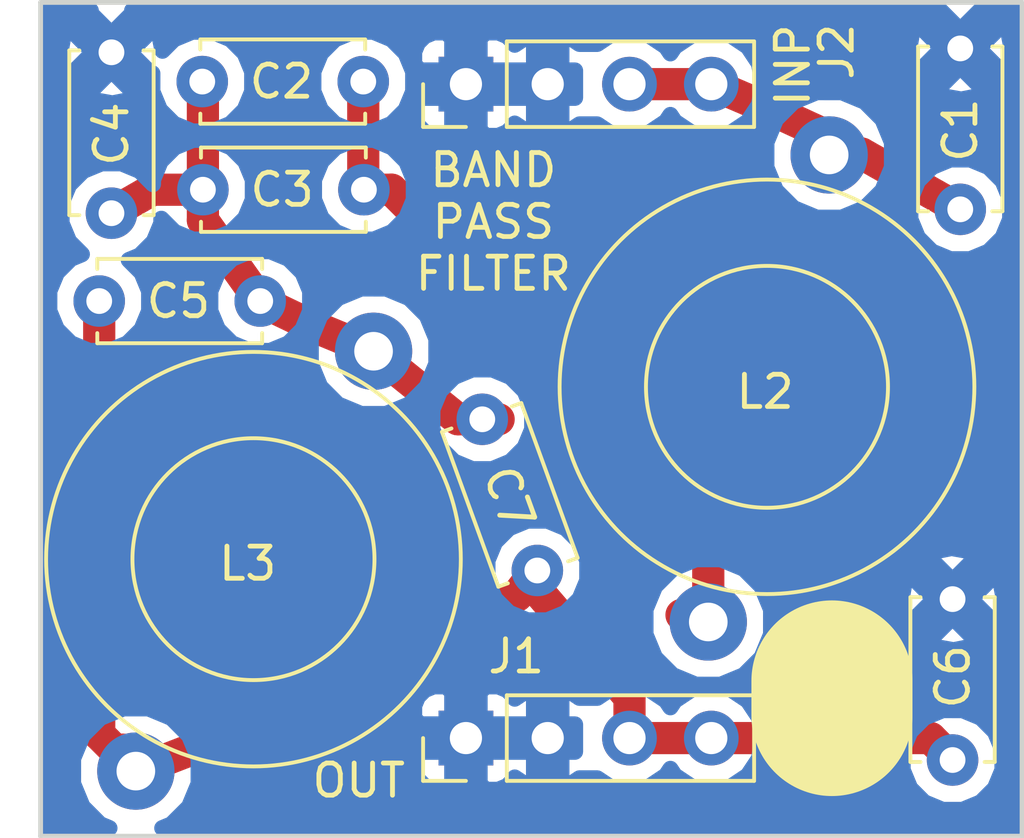
<source format=kicad_pcb>
(kicad_pcb (version 4) (host pcbnew 4.0.7)

  (general
    (links 21)
    (no_connects 0)
    (area 118.044599 88.824999 149.935001 114.883001)
    (thickness 1.6)
    (drawings 10)
    (tracks 39)
    (zones 0)
    (modules 11)
    (nets 6)
  )

  (page A4)
  (layers
    (0 F.Cu signal)
    (31 B.Cu signal)
    (32 B.Adhes user)
    (33 F.Adhes user)
    (34 B.Paste user)
    (35 F.Paste user)
    (36 B.SilkS user)
    (37 F.SilkS user)
    (38 B.Mask user)
    (39 F.Mask user)
    (40 Dwgs.User user)
    (41 Cmts.User user)
    (42 Eco1.User user)
    (43 Eco2.User user)
    (44 Edge.Cuts user)
    (45 Margin user)
    (46 B.CrtYd user)
    (47 F.CrtYd user)
    (48 B.Fab user)
    (49 F.Fab user)
  )

  (setup
    (last_trace_width 0.25)
    (user_trace_width 1)
    (trace_clearance 0.2)
    (zone_clearance 0.5)
    (zone_45_only yes)
    (trace_min 0.2)
    (segment_width 0.2)
    (edge_width 0.15)
    (via_size 0.6)
    (via_drill 0.4)
    (via_min_size 0.4)
    (via_min_drill 0.3)
    (uvia_size 0.3)
    (uvia_drill 0.1)
    (uvias_allowed no)
    (uvia_min_size 0.2)
    (uvia_min_drill 0.1)
    (pcb_text_width 0.3)
    (pcb_text_size 1.5 1.5)
    (mod_edge_width 0.15)
    (mod_text_size 1 1)
    (mod_text_width 0.15)
    (pad_size 1.524 1.524)
    (pad_drill 0.762)
    (pad_to_mask_clearance 0.2)
    (aux_axis_origin 0 0)
    (visible_elements 7FFFFFFF)
    (pcbplotparams
      (layerselection 0x010f0_80000001)
      (usegerberextensions false)
      (excludeedgelayer true)
      (linewidth 0.100000)
      (plotframeref false)
      (viasonmask false)
      (mode 1)
      (useauxorigin false)
      (hpglpennumber 1)
      (hpglpenspeed 20)
      (hpglpendiameter 15)
      (hpglpenoverlay 2)
      (psnegative false)
      (psa4output false)
      (plotreference true)
      (plotvalue true)
      (plotinvisibletext false)
      (padsonsilk false)
      (subtractmaskfromsilk false)
      (outputformat 1)
      (mirror false)
      (drillshape 0)
      (scaleselection 1)
      (outputdirectory gerber/))
  )

  (net 0 "")
  (net 1 GND)
  (net 2 "Net-(C1-Pad2)")
  (net 3 "Net-(C2-Pad1)")
  (net 4 "Net-(C2-Pad2)")
  (net 5 "Net-(C5-Pad2)")

  (net_class Default "This is the default net class."
    (clearance 0.2)
    (trace_width 0.25)
    (via_dia 0.6)
    (via_drill 0.4)
    (uvia_dia 0.3)
    (uvia_drill 0.1)
    (add_net GND)
    (add_net "Net-(C1-Pad2)")
    (add_net "Net-(C2-Pad1)")
    (add_net "Net-(C2-Pad2)")
    (add_net "Net-(C5-Pad2)")
  )

  (module SerialResonantFilter:L_Toroid_Horizontal_D12.7mm_Compact (layer F.Cu) (tedit 63AE0BFF) (tstamp 63AA7D00)
    (at 130.99 97.54 240)
    (descr "L_Toroid, Horizontal series, Radial, pin pitch=20.00mm, , diameter=12.7mm,Compact")
    (tags "L_Toroid Horizontal series Radial pin pitch 20.00mm  diameter 12.7mm Diameter14-5mm Amidon-T50")
    (path /63AA7F47)
    (fp_text reference L3 (at 10.23 0.08 240) (layer F.SilkS) hide
      (effects (font (size 1 1) (thickness 0.15)))
    )
    (fp_text value L3 (at 10 7.66 240) (layer F.Fab)
      (effects (font (size 1 1) (thickness 0.15)))
    )
    (fp_circle (center 10 0) (end 16.35 0) (layer F.Fab) (width 0.1))
    (fp_circle (center 10 0) (end 13.8481 0) (layer F.Fab) (width 0.1))
    (fp_circle (center 10 0) (end 16.44 0) (layer F.SilkS) (width 0.12))
    (fp_circle (center 10 0) (end 13.7581 0) (layer F.SilkS) (width 0.12))
    (fp_line (start 16.3112 0) (end 13.702654 0.992093) (layer F.Fab) (width 0.1))
    (fp_line (start 15.465708 3.155516) (end 12.710588 2.710463) (layer F.Fab) (width 0.1))
    (fp_line (start 13.155769 5.465562) (end 10.992264 3.702608) (layer F.Fab) (width 0.1))
    (fp_line (start 10.000292 6.3112) (end 9.008079 3.7027) (layer F.Fab) (width 0.1))
    (fp_line (start 6.844738 5.465854) (end 7.289663 2.710714) (layer F.Fab) (width 0.1))
    (fp_line (start 4.534584 3.156022) (end 6.297438 0.992436) (layer F.Fab) (width 0.1))
    (fp_line (start 3.6888 0.000585) (end 6.297254 -0.99175) (layer F.Fab) (width 0.1))
    (fp_line (start 4.533999 -3.155009) (end 7.289161 -2.710212) (layer F.Fab) (width 0.1))
    (fp_line (start 6.843725 -5.46527) (end 9.007393 -3.702517) (layer F.Fab) (width 0.1))
    (fp_line (start 9.999123 -6.3112) (end 10.991578 -3.702792) (layer F.Fab) (width 0.1))
    (fp_line (start 13.154756 -5.466147) (end 12.710086 -2.710965) (layer F.Fab) (width 0.1))
    (fp_line (start 15.465123 -3.156528) (end 13.702471 -0.992779) (layer F.Fab) (width 0.1))
    (fp_line (start 16.3112 -0.00117) (end 13.702838 0.991406) (layer F.Fab) (width 0.1))
    (pad 1 thru_hole circle (at 2.54 0 240) (size 2.4 2.4) (drill 1.2) (layers *.Cu *.Mask)
      (net 4 "Net-(C2-Pad2)"))
    (pad 2 thru_hole circle (at 17.53 -0.13 240) (size 2.4 2.4) (drill 1.2) (layers *.Cu *.Mask)
      (net 5 "Net-(C5-Pad2)"))
    (model Inductors_THT.3dshapes/L_Toroid_Horizontal_D12.7mm_P20.00mm_Diameter14-5mm_Amidon-T50.wrl
      (at (xyz 0 0 0))
      (scale (xyz 0.393701 0.393701 0.393701))
      (rotate (xyz 0 0 0))
    )
  )

  (module Capacitors_THT:C_Disc_D5.0mm_W2.5mm_P5.00mm (layer F.Cu) (tedit 63AA7BCF) (tstamp 63AA7C3D)
    (at 147.94 90.33 270)
    (descr "C, Disc series, Radial, pin pitch=5.00mm, , diameter*width=5*2.5mm^2, Capacitor, http://cdn-reichelt.de/documents/datenblatt/B300/DS_KERKO_TC.pdf")
    (tags "C Disc series Radial pin pitch 5.00mm  diameter 5mm width 2.5mm Capacitor")
    (path /63AA79DA)
    (fp_text reference C1 (at 2.54 0 270) (layer F.SilkS)
      (effects (font (size 1 1) (thickness 0.15)))
    )
    (fp_text value C1 (at 2.54 0 270) (layer F.Fab)
      (effects (font (size 1 1) (thickness 0.15)))
    )
    (fp_line (start 0 -1.25) (end 0 1.25) (layer F.Fab) (width 0.1))
    (fp_line (start 0 1.25) (end 5 1.25) (layer F.Fab) (width 0.1))
    (fp_line (start 5 1.25) (end 5 -1.25) (layer F.Fab) (width 0.1))
    (fp_line (start 5 -1.25) (end 0 -1.25) (layer F.Fab) (width 0.1))
    (fp_line (start -0.06 -1.31) (end 5.06 -1.31) (layer F.SilkS) (width 0.12))
    (fp_line (start -0.06 1.31) (end 5.06 1.31) (layer F.SilkS) (width 0.12))
    (fp_line (start -0.06 -1.31) (end -0.06 -0.996) (layer F.SilkS) (width 0.12))
    (fp_line (start -0.06 0.996) (end -0.06 1.31) (layer F.SilkS) (width 0.12))
    (fp_line (start 5.06 -1.31) (end 5.06 -0.996) (layer F.SilkS) (width 0.12))
    (fp_line (start 5.06 0.996) (end 5.06 1.31) (layer F.SilkS) (width 0.12))
    (fp_line (start -1.05 -1.6) (end -1.05 1.6) (layer F.CrtYd) (width 0.05))
    (fp_line (start -1.05 1.6) (end 6.05 1.6) (layer F.CrtYd) (width 0.05))
    (fp_line (start 6.05 1.6) (end 6.05 -1.6) (layer F.CrtYd) (width 0.05))
    (fp_line (start 6.05 -1.6) (end -1.05 -1.6) (layer F.CrtYd) (width 0.05))
    (fp_text user %R (at 2.5 0 270) (layer F.Fab)
      (effects (font (size 1 1) (thickness 0.15)))
    )
    (pad 1 thru_hole circle (at 0 0 270) (size 1.6 1.6) (drill 0.8) (layers *.Cu *.Mask)
      (net 1 GND))
    (pad 2 thru_hole circle (at 5 0 270) (size 1.6 1.6) (drill 0.8) (layers *.Cu *.Mask)
      (net 2 "Net-(C1-Pad2)"))
    (model ${KISYS3DMOD}/Capacitors_THT.3dshapes/C_Disc_D5.0mm_W2.5mm_P5.00mm.wrl
      (at (xyz 0 0 0))
      (scale (xyz 1 1 1))
      (rotate (xyz 0 0 0))
    )
  )

  (module Capacitors_THT:C_Disc_D5.0mm_W2.5mm_P5.00mm (layer F.Cu) (tedit 63AA7DE9) (tstamp 63AA7C52)
    (at 129.4 91.36 180)
    (descr "C, Disc series, Radial, pin pitch=5.00mm, , diameter*width=5*2.5mm^2, Capacitor, http://cdn-reichelt.de/documents/datenblatt/B300/DS_KERKO_TC.pdf")
    (tags "C Disc series Radial pin pitch 5.00mm  diameter 5mm width 2.5mm Capacitor")
    (path /63AA7B73)
    (fp_text reference C2 (at 2.54 0 180) (layer F.SilkS)
      (effects (font (size 1 1) (thickness 0.15)))
    )
    (fp_text value C2 (at 2.54 0 180) (layer F.Fab)
      (effects (font (size 1 1) (thickness 0.15)))
    )
    (fp_line (start 0 -1.25) (end 0 1.25) (layer F.Fab) (width 0.1))
    (fp_line (start 0 1.25) (end 5 1.25) (layer F.Fab) (width 0.1))
    (fp_line (start 5 1.25) (end 5 -1.25) (layer F.Fab) (width 0.1))
    (fp_line (start 5 -1.25) (end 0 -1.25) (layer F.Fab) (width 0.1))
    (fp_line (start -0.06 -1.31) (end 5.06 -1.31) (layer F.SilkS) (width 0.12))
    (fp_line (start -0.06 1.31) (end 5.06 1.31) (layer F.SilkS) (width 0.12))
    (fp_line (start -0.06 -1.31) (end -0.06 -0.996) (layer F.SilkS) (width 0.12))
    (fp_line (start -0.06 0.996) (end -0.06 1.31) (layer F.SilkS) (width 0.12))
    (fp_line (start 5.06 -1.31) (end 5.06 -0.996) (layer F.SilkS) (width 0.12))
    (fp_line (start 5.06 0.996) (end 5.06 1.31) (layer F.SilkS) (width 0.12))
    (fp_line (start -1.05 -1.6) (end -1.05 1.6) (layer F.CrtYd) (width 0.05))
    (fp_line (start -1.05 1.6) (end 6.05 1.6) (layer F.CrtYd) (width 0.05))
    (fp_line (start 6.05 1.6) (end 6.05 -1.6) (layer F.CrtYd) (width 0.05))
    (fp_line (start 6.05 -1.6) (end -1.05 -1.6) (layer F.CrtYd) (width 0.05))
    (fp_text user %R (at 2.5 0 180) (layer F.Fab)
      (effects (font (size 1 1) (thickness 0.15)))
    )
    (pad 1 thru_hole circle (at 0 0 180) (size 1.6 1.6) (drill 0.8) (layers *.Cu *.Mask)
      (net 3 "Net-(C2-Pad1)"))
    (pad 2 thru_hole circle (at 5 0 180) (size 1.6 1.6) (drill 0.8) (layers *.Cu *.Mask)
      (net 4 "Net-(C2-Pad2)"))
    (model ${KISYS3DMOD}/Capacitors_THT.3dshapes/C_Disc_D5.0mm_W2.5mm_P5.00mm.wrl
      (at (xyz 0 0 0))
      (scale (xyz 1 1 1))
      (rotate (xyz 0 0 0))
    )
  )

  (module Capacitors_THT:C_Disc_D5.0mm_W2.5mm_P5.00mm (layer F.Cu) (tedit 63AA7DE6) (tstamp 63AA7C67)
    (at 129.42 94.72 180)
    (descr "C, Disc series, Radial, pin pitch=5.00mm, , diameter*width=5*2.5mm^2, Capacitor, http://cdn-reichelt.de/documents/datenblatt/B300/DS_KERKO_TC.pdf")
    (tags "C Disc series Radial pin pitch 5.00mm  diameter 5mm width 2.5mm Capacitor")
    (path /63AA7C3C)
    (fp_text reference C3 (at 2.54 0 180) (layer F.SilkS)
      (effects (font (size 1 1) (thickness 0.15)))
    )
    (fp_text value C3 (at 2.54 0 180) (layer F.Fab)
      (effects (font (size 1 1) (thickness 0.15)))
    )
    (fp_line (start 0 -1.25) (end 0 1.25) (layer F.Fab) (width 0.1))
    (fp_line (start 0 1.25) (end 5 1.25) (layer F.Fab) (width 0.1))
    (fp_line (start 5 1.25) (end 5 -1.25) (layer F.Fab) (width 0.1))
    (fp_line (start 5 -1.25) (end 0 -1.25) (layer F.Fab) (width 0.1))
    (fp_line (start -0.06 -1.31) (end 5.06 -1.31) (layer F.SilkS) (width 0.12))
    (fp_line (start -0.06 1.31) (end 5.06 1.31) (layer F.SilkS) (width 0.12))
    (fp_line (start -0.06 -1.31) (end -0.06 -0.996) (layer F.SilkS) (width 0.12))
    (fp_line (start -0.06 0.996) (end -0.06 1.31) (layer F.SilkS) (width 0.12))
    (fp_line (start 5.06 -1.31) (end 5.06 -0.996) (layer F.SilkS) (width 0.12))
    (fp_line (start 5.06 0.996) (end 5.06 1.31) (layer F.SilkS) (width 0.12))
    (fp_line (start -1.05 -1.6) (end -1.05 1.6) (layer F.CrtYd) (width 0.05))
    (fp_line (start -1.05 1.6) (end 6.05 1.6) (layer F.CrtYd) (width 0.05))
    (fp_line (start 6.05 1.6) (end 6.05 -1.6) (layer F.CrtYd) (width 0.05))
    (fp_line (start 6.05 -1.6) (end -1.05 -1.6) (layer F.CrtYd) (width 0.05))
    (fp_text user %R (at 2.5 0 180) (layer F.Fab)
      (effects (font (size 1 1) (thickness 0.15)))
    )
    (pad 1 thru_hole circle (at 0 0 180) (size 1.6 1.6) (drill 0.8) (layers *.Cu *.Mask)
      (net 3 "Net-(C2-Pad1)"))
    (pad 2 thru_hole circle (at 5 0 180) (size 1.6 1.6) (drill 0.8) (layers *.Cu *.Mask)
      (net 4 "Net-(C2-Pad2)"))
    (model ${KISYS3DMOD}/Capacitors_THT.3dshapes/C_Disc_D5.0mm_W2.5mm_P5.00mm.wrl
      (at (xyz 0 0 0))
      (scale (xyz 1 1 1))
      (rotate (xyz 0 0 0))
    )
  )

  (module Capacitors_THT:C_Disc_D5.0mm_W2.5mm_P5.00mm (layer F.Cu) (tedit 63AA7BEA) (tstamp 63AA7C7C)
    (at 121.58 90.45 270)
    (descr "C, Disc series, Radial, pin pitch=5.00mm, , diameter*width=5*2.5mm^2, Capacitor, http://cdn-reichelt.de/documents/datenblatt/B300/DS_KERKO_TC.pdf")
    (tags "C Disc series Radial pin pitch 5.00mm  diameter 5mm width 2.5mm Capacitor")
    (path /63AA7CEF)
    (fp_text reference C4 (at 2.54 0 270) (layer F.SilkS)
      (effects (font (size 1 1) (thickness 0.15)))
    )
    (fp_text value C4 (at 2.5 2.56 270) (layer F.Fab)
      (effects (font (size 1 1) (thickness 0.15)))
    )
    (fp_line (start 0 -1.25) (end 0 1.25) (layer F.Fab) (width 0.1))
    (fp_line (start 0 1.25) (end 5 1.25) (layer F.Fab) (width 0.1))
    (fp_line (start 5 1.25) (end 5 -1.25) (layer F.Fab) (width 0.1))
    (fp_line (start 5 -1.25) (end 0 -1.25) (layer F.Fab) (width 0.1))
    (fp_line (start -0.06 -1.31) (end 5.06 -1.31) (layer F.SilkS) (width 0.12))
    (fp_line (start -0.06 1.31) (end 5.06 1.31) (layer F.SilkS) (width 0.12))
    (fp_line (start -0.06 -1.31) (end -0.06 -0.996) (layer F.SilkS) (width 0.12))
    (fp_line (start -0.06 0.996) (end -0.06 1.31) (layer F.SilkS) (width 0.12))
    (fp_line (start 5.06 -1.31) (end 5.06 -0.996) (layer F.SilkS) (width 0.12))
    (fp_line (start 5.06 0.996) (end 5.06 1.31) (layer F.SilkS) (width 0.12))
    (fp_line (start -1.05 -1.6) (end -1.05 1.6) (layer F.CrtYd) (width 0.05))
    (fp_line (start -1.05 1.6) (end 6.05 1.6) (layer F.CrtYd) (width 0.05))
    (fp_line (start 6.05 1.6) (end 6.05 -1.6) (layer F.CrtYd) (width 0.05))
    (fp_line (start 6.05 -1.6) (end -1.05 -1.6) (layer F.CrtYd) (width 0.05))
    (fp_text user %R (at 2.5 0 270) (layer F.Fab)
      (effects (font (size 1 1) (thickness 0.15)))
    )
    (pad 1 thru_hole circle (at 0 0 270) (size 1.6 1.6) (drill 0.8) (layers *.Cu *.Mask)
      (net 1 GND))
    (pad 2 thru_hole circle (at 5 0 270) (size 1.6 1.6) (drill 0.8) (layers *.Cu *.Mask)
      (net 4 "Net-(C2-Pad2)"))
    (model ${KISYS3DMOD}/Capacitors_THT.3dshapes/C_Disc_D5.0mm_W2.5mm_P5.00mm.wrl
      (at (xyz 0 0 0))
      (scale (xyz 1 1 1))
      (rotate (xyz 0 0 0))
    )
  )

  (module Capacitors_THT:C_Disc_D5.0mm_W2.5mm_P5.00mm (layer F.Cu) (tedit 63ABC02E) (tstamp 63AA7C91)
    (at 126.2 98.18 180)
    (descr "C, Disc series, Radial, pin pitch=5.00mm, , diameter*width=5*2.5mm^2, Capacitor, http://cdn-reichelt.de/documents/datenblatt/B300/DS_KERKO_TC.pdf")
    (tags "C Disc series Radial pin pitch 5.00mm  diameter 5mm width 2.5mm Capacitor")
    (path /63AA7EBD)
    (fp_text reference C5 (at 2.54 0 180) (layer F.SilkS)
      (effects (font (size 1 1) (thickness 0.15)))
    )
    (fp_text value C5 (at 2.54 0 180) (layer F.Fab)
      (effects (font (size 1 1) (thickness 0.15)))
    )
    (fp_line (start 0 -1.25) (end 0 1.25) (layer F.Fab) (width 0.1))
    (fp_line (start 0 1.25) (end 5 1.25) (layer F.Fab) (width 0.1))
    (fp_line (start 5 1.25) (end 5 -1.25) (layer F.Fab) (width 0.1))
    (fp_line (start 5 -1.25) (end 0 -1.25) (layer F.Fab) (width 0.1))
    (fp_line (start -0.06 -1.31) (end 5.06 -1.31) (layer F.SilkS) (width 0.12))
    (fp_line (start -0.06 1.31) (end 5.06 1.31) (layer F.SilkS) (width 0.12))
    (fp_line (start -0.06 -1.31) (end -0.06 -0.996) (layer F.SilkS) (width 0.12))
    (fp_line (start -0.06 0.996) (end -0.06 1.31) (layer F.SilkS) (width 0.12))
    (fp_line (start 5.06 -1.31) (end 5.06 -0.996) (layer F.SilkS) (width 0.12))
    (fp_line (start 5.06 0.996) (end 5.06 1.31) (layer F.SilkS) (width 0.12))
    (fp_line (start -1.05 -1.6) (end -1.05 1.6) (layer F.CrtYd) (width 0.05))
    (fp_line (start -1.05 1.6) (end 6.05 1.6) (layer F.CrtYd) (width 0.05))
    (fp_line (start 6.05 1.6) (end 6.05 -1.6) (layer F.CrtYd) (width 0.05))
    (fp_line (start 6.05 -1.6) (end -1.05 -1.6) (layer F.CrtYd) (width 0.05))
    (fp_text user %R (at 2.5 0 180) (layer F.Fab)
      (effects (font (size 1 1) (thickness 0.15)))
    )
    (pad 1 thru_hole circle (at 0 0 180) (size 1.6 1.6) (drill 0.8) (layers *.Cu *.Mask)
      (net 4 "Net-(C2-Pad2)"))
    (pad 2 thru_hole circle (at 5 0 180) (size 1.6 1.6) (drill 0.8) (layers *.Cu *.Mask)
      (net 5 "Net-(C5-Pad2)"))
    (model ${KISYS3DMOD}/Capacitors_THT.3dshapes/C_Disc_D5.0mm_W2.5mm_P5.00mm.wrl
      (at (xyz 0 0 0))
      (scale (xyz 1 1 1))
      (rotate (xyz 0 0 0))
    )
  )

  (module Capacitors_THT:C_Disc_D5.0mm_W2.5mm_P5.00mm (layer F.Cu) (tedit 63AA810F) (tstamp 63AA7CA6)
    (at 147.701 107.442 270)
    (descr "C, Disc series, Radial, pin pitch=5.00mm, , diameter*width=5*2.5mm^2, Capacitor, http://cdn-reichelt.de/documents/datenblatt/B300/DS_KERKO_TC.pdf")
    (tags "C Disc series Radial pin pitch 5.00mm  diameter 5mm width 2.5mm Capacitor")
    (path /63AA7DB8)
    (fp_text reference C6 (at 2.412 -0.007 270) (layer F.SilkS)
      (effects (font (size 1 1) (thickness 0.15)))
    )
    (fp_text value C6 (at 2.452 0.033 270) (layer F.Fab)
      (effects (font (size 1 1) (thickness 0.15)))
    )
    (fp_line (start 0 -1.25) (end 0 1.25) (layer F.Fab) (width 0.1))
    (fp_line (start 0 1.25) (end 5 1.25) (layer F.Fab) (width 0.1))
    (fp_line (start 5 1.25) (end 5 -1.25) (layer F.Fab) (width 0.1))
    (fp_line (start 5 -1.25) (end 0 -1.25) (layer F.Fab) (width 0.1))
    (fp_line (start -0.06 -1.31) (end 5.06 -1.31) (layer F.SilkS) (width 0.12))
    (fp_line (start -0.06 1.31) (end 5.06 1.31) (layer F.SilkS) (width 0.12))
    (fp_line (start -0.06 -1.31) (end -0.06 -0.996) (layer F.SilkS) (width 0.12))
    (fp_line (start -0.06 0.996) (end -0.06 1.31) (layer F.SilkS) (width 0.12))
    (fp_line (start 5.06 -1.31) (end 5.06 -0.996) (layer F.SilkS) (width 0.12))
    (fp_line (start 5.06 0.996) (end 5.06 1.31) (layer F.SilkS) (width 0.12))
    (fp_line (start -1.05 -1.6) (end -1.05 1.6) (layer F.CrtYd) (width 0.05))
    (fp_line (start -1.05 1.6) (end 6.05 1.6) (layer F.CrtYd) (width 0.05))
    (fp_line (start 6.05 1.6) (end 6.05 -1.6) (layer F.CrtYd) (width 0.05))
    (fp_line (start 6.05 -1.6) (end -1.05 -1.6) (layer F.CrtYd) (width 0.05))
    (fp_text user %R (at 2.5 0 270) (layer F.Fab)
      (effects (font (size 1 1) (thickness 0.15)))
    )
    (pad 1 thru_hole circle (at 0 0 270) (size 1.6 1.6) (drill 0.8) (layers *.Cu *.Mask)
      (net 1 GND))
    (pad 2 thru_hole circle (at 5 0 270) (size 1.6 1.6) (drill 0.8) (layers *.Cu *.Mask)
      (net 5 "Net-(C5-Pad2)"))
    (model ${KISYS3DMOD}/Capacitors_THT.3dshapes/C_Disc_D5.0mm_W2.5mm_P5.00mm.wrl
      (at (xyz 0 0 0))
      (scale (xyz 1 1 1))
      (rotate (xyz 0 0 0))
    )
  )

  (module SerialResonantFilter:L_Toroid_Horizontal_D12.7mm_Compact (layer F.Cu) (tedit 63AE0C03) (tstamp 63AA7CE9)
    (at 144.526 91.186 255)
    (descr "L_Toroid, Horizontal series, Radial, pin pitch=20.00mm, , diameter=12.7mm,Compact")
    (tags "L_Toroid Horizontal series Radial pin pitch 20.00mm  diameter 12.7mm Diameter14-5mm Amidon-T50")
    (path /63AA7ACA)
    (fp_text reference L2 (at 10.23 0.08 255) (layer F.SilkS) hide
      (effects (font (size 1 1) (thickness 0.15)))
    )
    (fp_text value L2 (at 10 7.66 255) (layer F.Fab)
      (effects (font (size 1 1) (thickness 0.15)))
    )
    (fp_circle (center 10 0) (end 16.35 0) (layer F.Fab) (width 0.1))
    (fp_circle (center 10 0) (end 13.8481 0) (layer F.Fab) (width 0.1))
    (fp_circle (center 10 0) (end 16.44 0) (layer F.SilkS) (width 0.12))
    (fp_circle (center 10 0) (end 13.7581 0) (layer F.SilkS) (width 0.12))
    (fp_line (start 16.3112 0) (end 13.702654 0.992093) (layer F.Fab) (width 0.1))
    (fp_line (start 15.465708 3.155516) (end 12.710588 2.710463) (layer F.Fab) (width 0.1))
    (fp_line (start 13.155769 5.465562) (end 10.992264 3.702608) (layer F.Fab) (width 0.1))
    (fp_line (start 10.000292 6.3112) (end 9.008079 3.7027) (layer F.Fab) (width 0.1))
    (fp_line (start 6.844738 5.465854) (end 7.289663 2.710714) (layer F.Fab) (width 0.1))
    (fp_line (start 4.534584 3.156022) (end 6.297438 0.992436) (layer F.Fab) (width 0.1))
    (fp_line (start 3.6888 0.000585) (end 6.297254 -0.99175) (layer F.Fab) (width 0.1))
    (fp_line (start 4.533999 -3.155009) (end 7.289161 -2.710212) (layer F.Fab) (width 0.1))
    (fp_line (start 6.843725 -5.46527) (end 9.007393 -3.702517) (layer F.Fab) (width 0.1))
    (fp_line (start 9.999123 -6.3112) (end 10.991578 -3.702792) (layer F.Fab) (width 0.1))
    (fp_line (start 13.154756 -5.466147) (end 12.710086 -2.710965) (layer F.Fab) (width 0.1))
    (fp_line (start 15.465123 -3.156528) (end 13.702471 -0.992779) (layer F.Fab) (width 0.1))
    (fp_line (start 16.3112 -0.00117) (end 13.702838 0.991406) (layer F.Fab) (width 0.1))
    (pad 1 thru_hole circle (at 2.54 0 255) (size 2.4 2.4) (drill 1.2) (layers *.Cu *.Mask)
      (net 2 "Net-(C1-Pad2)"))
    (pad 2 thru_hole circle (at 17.53 -0.13 255) (size 2.4 2.4) (drill 1.2) (layers *.Cu *.Mask)
      (net 3 "Net-(C2-Pad1)"))
    (model Inductors_THT.3dshapes/L_Toroid_Horizontal_D12.7mm_P20.00mm_Diameter14-5mm_Amidon-T50.wrl
      (at (xyz 0 0 0))
      (scale (xyz 0.393701 0.393701 0.393701))
      (rotate (xyz 0 0 0))
    )
  )

  (module Pin_Headers:Pin_Header_Straight_1x04_Pitch2.54mm (layer F.Cu) (tedit 63AC6F9C) (tstamp 63ABC057)
    (at 132.588 111.76 90)
    (descr "Through hole straight pin header, 1x04, 2.54mm pitch, single row")
    (tags "Through hole pin header THT 1x04 2.54mm single row")
    (path /63ABBF6F)
    (fp_text reference J1 (at 2.54 1.562 360) (layer F.SilkS)
      (effects (font (size 1 1) (thickness 0.15)))
    )
    (fp_text value OUT (at -1.4 -3.368 180) (layer F.Fab)
      (effects (font (size 1 1) (thickness 0.15)))
    )
    (fp_line (start -0.635 -1.27) (end 1.27 -1.27) (layer F.Fab) (width 0.1))
    (fp_line (start 1.27 -1.27) (end 1.27 8.89) (layer F.Fab) (width 0.1))
    (fp_line (start 1.27 8.89) (end -1.27 8.89) (layer F.Fab) (width 0.1))
    (fp_line (start -1.27 8.89) (end -1.27 -0.635) (layer F.Fab) (width 0.1))
    (fp_line (start -1.27 -0.635) (end -0.635 -1.27) (layer F.Fab) (width 0.1))
    (fp_line (start -1.33 8.95) (end 1.33 8.95) (layer F.SilkS) (width 0.12))
    (fp_line (start -1.33 1.27) (end -1.33 8.95) (layer F.SilkS) (width 0.12))
    (fp_line (start 1.33 1.27) (end 1.33 8.95) (layer F.SilkS) (width 0.12))
    (fp_line (start -1.33 1.27) (end 1.33 1.27) (layer F.SilkS) (width 0.12))
    (fp_line (start -1.33 0) (end -1.33 -1.33) (layer F.SilkS) (width 0.12))
    (fp_line (start -1.33 -1.33) (end 0 -1.33) (layer F.SilkS) (width 0.12))
    (fp_line (start -1.8 -1.8) (end -1.8 9.4) (layer F.CrtYd) (width 0.05))
    (fp_line (start -1.8 9.4) (end 1.8 9.4) (layer F.CrtYd) (width 0.05))
    (fp_line (start 1.8 9.4) (end 1.8 -1.8) (layer F.CrtYd) (width 0.05))
    (fp_line (start 1.8 -1.8) (end -1.8 -1.8) (layer F.CrtYd) (width 0.05))
    (fp_text user %R (at 0 3.81 180) (layer F.Fab)
      (effects (font (size 1 1) (thickness 0.15)))
    )
    (pad 1 thru_hole rect (at 0 0 90) (size 1.7 1.7) (drill 1) (layers *.Cu *.Mask)
      (net 1 GND))
    (pad 2 thru_hole oval (at 0 2.54 90) (size 1.7 1.7) (drill 1) (layers *.Cu *.Mask)
      (net 1 GND))
    (pad 3 thru_hole oval (at 0 5.08 90) (size 1.7 1.7) (drill 1) (layers *.Cu *.Mask)
      (net 5 "Net-(C5-Pad2)"))
    (pad 4 thru_hole oval (at 0 7.62 90) (size 1.7 1.7) (drill 1) (layers *.Cu *.Mask)
      (net 5 "Net-(C5-Pad2)"))
    (model ${KISYS3DMOD}/Pin_Headers.3dshapes/Pin_Header_Straight_1x04_Pitch2.54mm.wrl
      (at (xyz 0 0 0))
      (scale (xyz 1 1 1))
      (rotate (xyz 0 0 0))
    )
  )

  (module Pin_Headers:Pin_Header_Straight_1x04_Pitch2.54mm (layer F.Cu) (tedit 63ABCBFA) (tstamp 63ABC06E)
    (at 132.588 91.44 90)
    (descr "Through hole straight pin header, 1x04, 2.54mm pitch, single row")
    (tags "Through hole pin header THT 1x04 2.54mm single row")
    (path /63ABBFCF)
    (fp_text reference J2 (at 1.01 11.512 270) (layer F.SilkS)
      (effects (font (size 1 1) (thickness 0.15)))
    )
    (fp_text value INP (at 0 9.95 90) (layer F.Fab)
      (effects (font (size 1 1) (thickness 0.15)))
    )
    (fp_line (start -0.635 -1.27) (end 1.27 -1.27) (layer F.Fab) (width 0.1))
    (fp_line (start 1.27 -1.27) (end 1.27 8.89) (layer F.Fab) (width 0.1))
    (fp_line (start 1.27 8.89) (end -1.27 8.89) (layer F.Fab) (width 0.1))
    (fp_line (start -1.27 8.89) (end -1.27 -0.635) (layer F.Fab) (width 0.1))
    (fp_line (start -1.27 -0.635) (end -0.635 -1.27) (layer F.Fab) (width 0.1))
    (fp_line (start -1.33 8.95) (end 1.33 8.95) (layer F.SilkS) (width 0.12))
    (fp_line (start -1.33 1.27) (end -1.33 8.95) (layer F.SilkS) (width 0.12))
    (fp_line (start 1.33 1.27) (end 1.33 8.95) (layer F.SilkS) (width 0.12))
    (fp_line (start -1.33 1.27) (end 1.33 1.27) (layer F.SilkS) (width 0.12))
    (fp_line (start -1.33 0) (end -1.33 -1.33) (layer F.SilkS) (width 0.12))
    (fp_line (start -1.33 -1.33) (end 0 -1.33) (layer F.SilkS) (width 0.12))
    (fp_line (start -1.8 -1.8) (end -1.8 9.4) (layer F.CrtYd) (width 0.05))
    (fp_line (start -1.8 9.4) (end 1.8 9.4) (layer F.CrtYd) (width 0.05))
    (fp_line (start 1.8 9.4) (end 1.8 -1.8) (layer F.CrtYd) (width 0.05))
    (fp_line (start 1.8 -1.8) (end -1.8 -1.8) (layer F.CrtYd) (width 0.05))
    (fp_text user %R (at 0 3.81 180) (layer F.Fab)
      (effects (font (size 1 1) (thickness 0.15)))
    )
    (pad 1 thru_hole rect (at 0 0 90) (size 1.7 1.7) (drill 1) (layers *.Cu *.Mask)
      (net 1 GND))
    (pad 2 thru_hole oval (at 0 2.54 90) (size 1.7 1.7) (drill 1) (layers *.Cu *.Mask)
      (net 1 GND))
    (pad 3 thru_hole oval (at 0 5.08 90) (size 1.7 1.7) (drill 1) (layers *.Cu *.Mask)
      (net 2 "Net-(C1-Pad2)"))
    (pad 4 thru_hole oval (at 0 7.62 90) (size 1.7 1.7) (drill 1) (layers *.Cu *.Mask)
      (net 2 "Net-(C1-Pad2)"))
    (model ${KISYS3DMOD}/Pin_Headers.3dshapes/Pin_Header_Straight_1x04_Pitch2.54mm.wrl
      (at (xyz 0 0 0))
      (scale (xyz 1 1 1))
      (rotate (xyz 0 0 0))
    )
  )

  (module Capacitors_THT:C_Disc_D5.0mm_W2.5mm_P5.00mm (layer F.Cu) (tedit 63ABC6C3) (tstamp 63ABCB66)
    (at 133.096 101.854 290)
    (descr "C, Disc series, Radial, pin pitch=5.00mm, , diameter*width=5*2.5mm^2, Capacitor, http://cdn-reichelt.de/documents/datenblatt/B300/DS_KERKO_TC.pdf")
    (tags "C Disc series Radial pin pitch 5.00mm  diameter 5mm width 2.5mm Capacitor")
    (path /63ABC991)
    (fp_text reference C7 (at 2.58 0.054999 290) (layer F.SilkS)
      (effects (font (size 1 1) (thickness 0.15)))
    )
    (fp_text value C7 (at 2.46 0.024999 290) (layer F.Fab)
      (effects (font (size 1 1) (thickness 0.15)))
    )
    (fp_line (start 0 -1.25) (end 0 1.25) (layer F.Fab) (width 0.1))
    (fp_line (start 0 1.25) (end 5 1.25) (layer F.Fab) (width 0.1))
    (fp_line (start 5 1.25) (end 5 -1.25) (layer F.Fab) (width 0.1))
    (fp_line (start 5 -1.25) (end 0 -1.25) (layer F.Fab) (width 0.1))
    (fp_line (start -0.06 -1.31) (end 5.06 -1.31) (layer F.SilkS) (width 0.12))
    (fp_line (start -0.06 1.31) (end 5.06 1.31) (layer F.SilkS) (width 0.12))
    (fp_line (start -0.06 -1.31) (end -0.06 -0.996) (layer F.SilkS) (width 0.12))
    (fp_line (start -0.06 0.996) (end -0.06 1.31) (layer F.SilkS) (width 0.12))
    (fp_line (start 5.06 -1.31) (end 5.06 -0.996) (layer F.SilkS) (width 0.12))
    (fp_line (start 5.06 0.996) (end 5.06 1.31) (layer F.SilkS) (width 0.12))
    (fp_line (start -1.05 -1.6) (end -1.05 1.6) (layer F.CrtYd) (width 0.05))
    (fp_line (start -1.05 1.6) (end 6.05 1.6) (layer F.CrtYd) (width 0.05))
    (fp_line (start 6.05 1.6) (end 6.05 -1.6) (layer F.CrtYd) (width 0.05))
    (fp_line (start 6.05 -1.6) (end -1.05 -1.6) (layer F.CrtYd) (width 0.05))
    (fp_text user %R (at 2.5 0 290) (layer F.Fab)
      (effects (font (size 1 1) (thickness 0.15)))
    )
    (pad 1 thru_hole circle (at 0 0 290) (size 1.6 1.6) (drill 0.8) (layers *.Cu *.Mask)
      (net 4 "Net-(C2-Pad2)"))
    (pad 2 thru_hole circle (at 5 0 290) (size 1.6 1.6) (drill 0.8) (layers *.Cu *.Mask)
      (net 5 "Net-(C5-Pad2)"))
    (model ${KISYS3DMOD}/Capacitors_THT.3dshapes/C_Disc_D5.0mm_W2.5mm_P5.00mm.wrl
      (at (xyz 0 0 0))
      (scale (xyz 1 1 1))
      (rotate (xyz 0 0 0))
    )
  )

  (gr_line (start 119.38 114.808) (end 119.38 88.9) (angle 90) (layer Edge.Cuts) (width 0.15))
  (gr_line (start 149.86 114.808) (end 119.38 114.808) (angle 90) (layer Edge.Cuts) (width 0.15))
  (gr_line (start 149.86 88.9) (end 149.86 114.808) (angle 90) (layer Edge.Cuts) (width 0.15))
  (gr_line (start 119.38 88.9) (end 149.86 88.9) (angle 90) (layer Edge.Cuts) (width 0.15))
  (gr_text L2 (at 141.88 101) (layer F.SilkS)
    (effects (font (size 1 1) (thickness 0.15)))
  )
  (gr_text L3 (at 125.81 106.34) (layer F.SilkS)
    (effects (font (size 1 1) (thickness 0.15)))
  )
  (gr_line (start 143.9545 109.982) (end 143.9545 111.0615) (angle 90) (layer F.SilkS) (width 5))
  (gr_text "BAND\nPASS\nFILTER" (at 133.44 95.72) (layer F.SilkS)
    (effects (font (size 1 1) (thickness 0.15)))
  )
  (gr_text INP (at 142.74 90.85 90) (layer F.SilkS)
    (effects (font (size 1 1) (thickness 0.15)))
  )
  (gr_text OUT (at 129.26 113.08) (layer F.SilkS)
    (effects (font (size 1 1) (thickness 0.15)))
  )

  (segment (start 148.02 90.25) (end 147.94 90.33) (width 0.25) (layer B.Cu) (net 1) (tstamp 63AE05D3) (status 30))
  (segment (start 148.19 90.08) (end 147.94 90.33) (width 0.25) (layer B.Cu) (net 1) (tstamp 63AE05B9) (status 30))
  (segment (start 140.208 91.44) (end 141.96 92.19) (width 1) (layer F.Cu) (net 2) (status 10))
  (segment (start 141.96 92.19) (end 143.8686 93.0686) (width 1) (layer F.Cu) (net 2) (tstamp 63ABCF38) (status 20))
  (segment (start 143.8686 93.0686) (end 143.8686 93.639452) (width 1) (layer F.Cu) (net 2) (tstamp 63ABCF39) (status 30))
  (segment (start 143.657269 93.572819) (end 144.876819 93.596819) (width 1) (layer F.Cu) (net 2) (status 30))
  (segment (start 144.876819 93.596819) (end 147.94 95.33) (width 1) (layer F.Cu) (net 2) (tstamp 63ABC9B4) (status 30))
  (segment (start 137.668 91.44) (end 140.208 91.44) (width 1) (layer F.Cu) (net 2) (status 30))
  (segment (start 129.4 91.36) (end 129.4 94.7) (width 1) (layer F.Cu) (net 3) (status 30))
  (segment (start 129.4 94.7) (end 129.42 94.72) (width 1) (layer F.Cu) (net 3) (tstamp 63C8312C) (status 30))
  (segment (start 140.114472 108.152326) (end 140.114472 104.554472) (width 1) (layer F.Cu) (net 3) (status 10))
  (segment (start 130.28 94.72) (end 129.42 94.72) (width 1) (layer F.Cu) (net 3) (tstamp 63C83120) (status 20))
  (segment (start 140.114472 104.554472) (end 130.28 94.72) (width 1) (layer F.Cu) (net 3) (tstamp 63C8311D))
  (segment (start 140.114472 108.152326) (end 140.114472 107.856472) (width 1) (layer F.Cu) (net 3) (status 30))
  (segment (start 139.752547 107.933274) (end 139.283274 107.933274) (width 1) (layer F.Cu) (net 3) (status 30))
  (segment (start 124.42 94.72) (end 124.42 91.38) (width 1) (layer F.Cu) (net 4) (status 30))
  (segment (start 124.42 91.38) (end 124.4 91.36) (width 1) (layer F.Cu) (net 4) (tstamp 63C83129) (status 30))
  (segment (start 133.096 101.854) (end 132.342295 101.854) (width 1) (layer F.Cu) (net 4) (status 30))
  (segment (start 132.342295 101.854) (end 129.72 99.739705) (width 1) (layer F.Cu) (net 4) (tstamp 63ABCE96) (status 30))
  (segment (start 126.2 98.18) (end 127.83 98.96) (width 1) (layer F.Cu) (net 4) (status 10))
  (segment (start 127.83 98.96) (end 129.72 99.739705) (width 1) (layer F.Cu) (net 4) (tstamp 63ABCC82) (status 20))
  (segment (start 133.604 101.854) (end 133.053705 101.854) (width 1) (layer F.Cu) (net 4) (status 30))
  (segment (start 124.42 94.72) (end 124.42 95.67) (width 1) (layer F.Cu) (net 4) (status 10))
  (segment (start 124.42 95.67) (end 126.2 98.18) (width 1) (layer F.Cu) (net 4) (tstamp 63ABCC7F) (status 20))
  (segment (start 124.42 94.72) (end 124.42 94.86) (width 1) (layer F.Cu) (net 4) (status 30))
  (segment (start 124.42 94.72) (end 122.85 94.72) (width 1) (layer F.Cu) (net 4) (status 10))
  (segment (start 122.85 94.72) (end 121.58 95.45) (width 1) (layer F.Cu) (net 4) (tstamp 63ABCB1E) (status 20))
  (segment (start 134.17 107.34) (end 133.52 107.72) (width 1) (layer F.Cu) (net 5))
  (segment (start 131.43 109.27) (end 122.337583 112.786425) (width 1) (layer F.Cu) (net 5) (tstamp 63ABCE92) (status 20))
  (segment (start 133.52 107.72) (end 131.43 109.27) (width 1) (layer F.Cu) (net 5) (tstamp 63ABCE91))
  (segment (start 134.17 107.34) (end 134.54 106.854) (width 1) (layer F.Cu) (net 5) (status 20))
  (segment (start 137.668 110.49) (end 137.668 111.76) (width 1) (layer F.Cu) (net 5) (tstamp 63ABCE79) (status 20))
  (segment (start 134.54 106.854) (end 137.668 110.49) (width 1) (layer F.Cu) (net 5) (tstamp 63ABCE78) (status 10))
  (segment (start 121.2 98.18) (end 121.2 111.648842) (width 1) (layer F.Cu) (net 5) (status 10))
  (segment (start 121.2 111.648842) (end 122.337583 112.786425) (width 1) (layer F.Cu) (net 5) (tstamp 63ABCE71) (status 20))
  (segment (start 121.93 112.118842) (end 122.337583 112.786425) (width 1) (layer F.Cu) (net 5) (tstamp 63ABCC88) (status 30))
  (segment (start 140.208 111.76) (end 147.019 111.76) (width 1) (layer F.Cu) (net 5) (status 10))
  (segment (start 147.019 111.76) (end 147.701 112.442) (width 1) (layer F.Cu) (net 5) (tstamp 63ABCA28) (status 20))
  (segment (start 137.668 111.76) (end 140.208 111.76) (width 1) (layer F.Cu) (net 5) (status 30))

  (zone (net 1) (net_name GND) (layer B.Cu) (tstamp 63DFEB97) (hatch edge 0.508)
    (connect_pads (clearance 0.5))
    (min_thickness 0.5)
    (fill yes (arc_segments 16) (thermal_gap 0.508) (thermal_bridge_width 3))
    (polygon
      (pts
        (xy 149.86 114.808) (xy 119.38 114.808) (xy 119.38 88.9) (xy 149.86 88.9)
      )
    )
    (filled_polygon
      (pts
        (xy 120.914881 89.219195) (xy 121.58 89.884315) (xy 122.245119 89.219195) (xy 122.221378 89.15) (xy 147.325686 89.15)
        (xy 147.94 89.764315) (xy 148.554314 89.15) (xy 149.61 89.15) (xy 149.61 114.558) (xy 123.1564 114.558)
        (xy 123.440726 114.440519) (xy 123.989749 113.892454) (xy 124.287244 113.176006) (xy 124.287921 112.400248) (xy 124.277283 112.3745)
        (xy 130.98 112.3745) (xy 130.98 112.760776) (xy 131.095399 113.039373) (xy 131.308628 113.252602) (xy 131.587225 113.368)
        (xy 131.9735 113.368) (xy 132.163 113.1785) (xy 132.163 112.185) (xy 133.013 112.185) (xy 133.013 113.1785)
        (xy 133.2025 113.368) (xy 133.588775 113.368) (xy 133.867372 113.252602) (xy 134.080601 113.039373) (xy 134.103756 112.983472)
        (xy 134.465631 113.225241) (xy 134.703 113.113336) (xy 134.703 112.185) (xy 133.013 112.185) (xy 132.163 112.185)
        (xy 131.1695 112.185) (xy 130.98 112.3745) (xy 124.277283 112.3745) (xy 123.991677 111.683282) (xy 123.443612 111.134259)
        (xy 122.727164 110.836764) (xy 121.951406 110.836087) (xy 121.23444 111.132331) (xy 120.685417 111.680396) (xy 120.387922 112.396844)
        (xy 120.387245 113.172602) (xy 120.683489 113.889568) (xy 121.231554 114.438591) (xy 121.519123 114.558) (xy 119.63 114.558)
        (xy 119.63 110.759224) (xy 130.98 110.759224) (xy 130.98 111.1455) (xy 131.1695 111.335) (xy 132.163 111.335)
        (xy 132.163 110.3415) (xy 133.013 110.3415) (xy 133.013 111.335) (xy 134.703 111.335) (xy 134.703 110.406664)
        (xy 135.553 110.406664) (xy 135.553 111.335) (xy 135.978 111.335) (xy 135.978 112.185) (xy 135.553 112.185)
        (xy 135.553 113.113336) (xy 135.790369 113.225241) (xy 136.112534 113.010002) (xy 136.667261 113.010002) (xy 137.055707 113.269553)
        (xy 137.668 113.391346) (xy 138.280293 113.269553) (xy 138.799371 112.922717) (xy 138.938 112.715244) (xy 139.076629 112.922717)
        (xy 139.595707 113.269553) (xy 140.208 113.391346) (xy 140.820293 113.269553) (xy 141.339371 112.922717) (xy 141.45547 112.748961)
        (xy 146.150732 112.748961) (xy 146.386208 113.318857) (xy 146.821849 113.75526) (xy 147.391333 113.99173) (xy 148.007961 113.992268)
        (xy 148.577857 113.756792) (xy 149.01426 113.321151) (xy 149.25073 112.751667) (xy 149.251268 112.135039) (xy 149.015792 111.565143)
        (xy 148.580151 111.12874) (xy 148.010667 110.89227) (xy 147.394039 110.891732) (xy 146.824143 111.127208) (xy 146.38774 111.562849)
        (xy 146.15127 112.132333) (xy 146.150732 112.748961) (xy 141.45547 112.748961) (xy 141.686207 112.403639) (xy 141.808 111.791346)
        (xy 141.808 111.728654) (xy 141.686207 111.116361) (xy 141.339371 110.597283) (xy 140.820293 110.250447) (xy 140.208 110.128654)
        (xy 139.595707 110.250447) (xy 139.076629 110.597283) (xy 138.938 110.804756) (xy 138.799371 110.597283) (xy 138.280293 110.250447)
        (xy 137.668 110.128654) (xy 137.055707 110.250447) (xy 136.667261 110.509998) (xy 136.112534 110.509998) (xy 135.790369 110.294759)
        (xy 135.553 110.406664) (xy 134.703 110.406664) (xy 134.465631 110.294759) (xy 134.103756 110.536528) (xy 134.080601 110.480627)
        (xy 133.867372 110.267398) (xy 133.588775 110.152) (xy 133.2025 110.152) (xy 133.013 110.3415) (xy 132.163 110.3415)
        (xy 131.9735 110.152) (xy 131.587225 110.152) (xy 131.308628 110.267398) (xy 131.095399 110.480627) (xy 130.98 110.759224)
        (xy 119.63 110.759224) (xy 119.63 108.538503) (xy 138.164134 108.538503) (xy 138.460378 109.255469) (xy 139.008443 109.804492)
        (xy 139.724891 110.101987) (xy 140.500649 110.102664) (xy 141.217615 109.80642) (xy 141.766638 109.258355) (xy 142.009779 108.672805)
        (xy 147.035881 108.672805) (xy 147.120983 108.920846) (xy 147.731064 109.030239) (xy 148.281017 108.920846) (xy 148.366119 108.672805)
        (xy 147.701 108.007685) (xy 147.035881 108.672805) (xy 142.009779 108.672805) (xy 142.064133 108.541907) (xy 142.06481 107.766149)
        (xy 141.943297 107.472064) (xy 146.112761 107.472064) (xy 146.222154 108.022017) (xy 146.470195 108.107119) (xy 147.135315 107.442)
        (xy 148.266685 107.442) (xy 148.931805 108.107119) (xy 149.179846 108.022017) (xy 149.289239 107.411936) (xy 149.179846 106.861983)
        (xy 148.931805 106.776881) (xy 148.266685 107.442) (xy 147.135315 107.442) (xy 146.470195 106.776881) (xy 146.222154 106.861983)
        (xy 146.112761 107.472064) (xy 141.943297 107.472064) (xy 141.768566 107.049183) (xy 141.220501 106.50016) (xy 140.524596 106.211195)
        (xy 147.035881 106.211195) (xy 147.701 106.876315) (xy 148.366119 106.211195) (xy 148.281017 105.963154) (xy 147.670936 105.853761)
        (xy 147.120983 105.963154) (xy 147.035881 106.211195) (xy 140.524596 106.211195) (xy 140.504053 106.202665) (xy 139.728295 106.201988)
        (xy 139.011329 106.498232) (xy 138.462306 107.046297) (xy 138.164811 107.762745) (xy 138.164134 108.538503) (xy 119.63 108.538503)
        (xy 119.63 106.859424) (xy 133.255833 106.859424) (xy 133.491309 107.42932) (xy 133.92695 107.865723) (xy 134.496434 108.102193)
        (xy 135.113062 108.102731) (xy 135.682958 107.867255) (xy 136.119361 107.431614) (xy 136.355831 106.86213) (xy 136.356369 106.245502)
        (xy 136.120893 105.675606) (xy 135.685252 105.239203) (xy 135.115768 105.002733) (xy 134.49914 105.002195) (xy 133.929244 105.237671)
        (xy 133.492841 105.673312) (xy 133.256371 106.242796) (xy 133.255833 106.859424) (xy 119.63 106.859424) (xy 119.63 102.160961)
        (xy 131.545732 102.160961) (xy 131.781208 102.730857) (xy 132.216849 103.16726) (xy 132.786333 103.40373) (xy 133.402961 103.404268)
        (xy 133.972857 103.168792) (xy 134.40926 102.733151) (xy 134.64573 102.163667) (xy 134.646268 101.547039) (xy 134.410792 100.977143)
        (xy 133.975151 100.54074) (xy 133.405667 100.30427) (xy 132.789039 100.303732) (xy 132.219143 100.539208) (xy 131.78274 100.974849)
        (xy 131.54627 101.544333) (xy 131.545732 102.160961) (xy 119.63 102.160961) (xy 119.63 100.125882) (xy 127.769662 100.125882)
        (xy 128.065906 100.842848) (xy 128.613971 101.391871) (xy 129.330419 101.689366) (xy 130.106177 101.690043) (xy 130.823143 101.393799)
        (xy 131.372166 100.845734) (xy 131.669661 100.129286) (xy 131.670338 99.353528) (xy 131.374094 98.636562) (xy 130.826029 98.087539)
        (xy 130.109581 97.790044) (xy 129.333823 97.789367) (xy 128.616857 98.085611) (xy 128.067834 98.633676) (xy 127.770339 99.350124)
        (xy 127.769662 100.125882) (xy 119.63 100.125882) (xy 119.63 98.486961) (xy 119.649732 98.486961) (xy 119.885208 99.056857)
        (xy 120.320849 99.49326) (xy 120.890333 99.72973) (xy 121.506961 99.730268) (xy 122.076857 99.494792) (xy 122.51326 99.059151)
        (xy 122.74973 98.489667) (xy 122.749732 98.486961) (xy 124.649732 98.486961) (xy 124.885208 99.056857) (xy 125.320849 99.49326)
        (xy 125.890333 99.72973) (xy 126.506961 99.730268) (xy 127.076857 99.494792) (xy 127.51326 99.059151) (xy 127.74973 98.489667)
        (xy 127.750268 97.873039) (xy 127.514792 97.303143) (xy 127.079151 96.86674) (xy 126.509667 96.63027) (xy 125.893039 96.629732)
        (xy 125.323143 96.865208) (xy 124.88674 97.300849) (xy 124.65027 97.870333) (xy 124.649732 98.486961) (xy 122.749732 98.486961)
        (xy 122.750268 97.873039) (xy 122.514792 97.303143) (xy 122.117398 96.905054) (xy 122.456857 96.764792) (xy 122.89326 96.329151)
        (xy 123.12973 95.759667) (xy 123.129851 95.621543) (xy 123.540849 96.03326) (xy 124.110333 96.26973) (xy 124.726961 96.270268)
        (xy 125.296857 96.034792) (xy 125.73326 95.599151) (xy 125.96973 95.029667) (xy 125.969732 95.026961) (xy 127.869732 95.026961)
        (xy 128.105208 95.596857) (xy 128.540849 96.03326) (xy 129.110333 96.26973) (xy 129.726961 96.270268) (xy 130.296857 96.034792)
        (xy 130.695383 95.636961) (xy 146.389732 95.636961) (xy 146.625208 96.206857) (xy 147.060849 96.64326) (xy 147.630333 96.87973)
        (xy 148.246961 96.880268) (xy 148.816857 96.644792) (xy 149.25326 96.209151) (xy 149.48973 95.639667) (xy 149.490268 95.023039)
        (xy 149.254792 94.453143) (xy 148.819151 94.01674) (xy 148.249667 93.78027) (xy 147.633039 93.779732) (xy 147.063143 94.015208)
        (xy 146.62674 94.450849) (xy 146.39027 95.020333) (xy 146.389732 95.636961) (xy 130.695383 95.636961) (xy 130.73326 95.599151)
        (xy 130.96973 95.029667) (xy 130.970268 94.413039) (xy 130.810194 94.025629) (xy 141.918262 94.025629) (xy 142.214506 94.742595)
        (xy 142.762571 95.291618) (xy 143.479019 95.589113) (xy 144.254777 95.58979) (xy 144.971743 95.293546) (xy 145.520766 94.745481)
        (xy 145.818261 94.029033) (xy 145.818938 93.253275) (xy 145.522694 92.536309) (xy 144.974629 91.987286) (xy 144.258181 91.689791)
        (xy 143.482423 91.689114) (xy 142.765457 91.985358) (xy 142.216434 92.533423) (xy 141.918939 93.249871) (xy 141.918262 94.025629)
        (xy 130.810194 94.025629) (xy 130.734792 93.843143) (xy 130.299151 93.40674) (xy 129.729667 93.17027) (xy 129.113039 93.169732)
        (xy 128.543143 93.405208) (xy 128.10674 93.840849) (xy 127.87027 94.410333) (xy 127.869732 95.026961) (xy 125.969732 95.026961)
        (xy 125.970268 94.413039) (xy 125.734792 93.843143) (xy 125.299151 93.40674) (xy 124.729667 93.17027) (xy 124.113039 93.169732)
        (xy 123.543143 93.405208) (xy 123.10674 93.840849) (xy 122.87027 94.410333) (xy 122.870149 94.548457) (xy 122.459151 94.13674)
        (xy 121.889667 93.90027) (xy 121.273039 93.899732) (xy 120.703143 94.135208) (xy 120.26674 94.570849) (xy 120.03027 95.140333)
        (xy 120.029732 95.756961) (xy 120.265208 96.326857) (xy 120.662602 96.724946) (xy 120.323143 96.865208) (xy 119.88674 97.300849)
        (xy 119.65027 97.870333) (xy 119.649732 98.486961) (xy 119.63 98.486961) (xy 119.63 91.680805) (xy 120.914881 91.680805)
        (xy 120.999983 91.928846) (xy 121.610064 92.038239) (xy 122.160017 91.928846) (xy 122.245119 91.680805) (xy 121.58 91.015685)
        (xy 120.914881 91.680805) (xy 119.63 91.680805) (xy 119.63 90.480064) (xy 119.991761 90.480064) (xy 120.101154 91.030017)
        (xy 120.349195 91.115119) (xy 121.014315 90.45) (xy 122.145685 90.45) (xy 122.810805 91.115119) (xy 122.850225 91.101594)
        (xy 122.849732 91.666961) (xy 123.085208 92.236857) (xy 123.520849 92.67326) (xy 124.090333 92.90973) (xy 124.706961 92.910268)
        (xy 125.276857 92.674792) (xy 125.71326 92.239151) (xy 125.94973 91.669667) (xy 125.949732 91.666961) (xy 127.849732 91.666961)
        (xy 128.085208 92.236857) (xy 128.520849 92.67326) (xy 129.090333 92.90973) (xy 129.706961 92.910268) (xy 130.276857 92.674792)
        (xy 130.71326 92.239151) (xy 130.789933 92.0545) (xy 130.98 92.0545) (xy 130.98 92.440776) (xy 131.095399 92.719373)
        (xy 131.308628 92.932602) (xy 131.587225 93.048) (xy 131.9735 93.048) (xy 132.163 92.8585) (xy 132.163 91.865)
        (xy 133.013 91.865) (xy 133.013 92.8585) (xy 133.2025 93.048) (xy 133.588775 93.048) (xy 133.867372 92.932602)
        (xy 134.080601 92.719373) (xy 134.103756 92.663472) (xy 134.465631 92.905241) (xy 134.703 92.793336) (xy 134.703 91.865)
        (xy 133.013 91.865) (xy 132.163 91.865) (xy 131.1695 91.865) (xy 130.98 92.0545) (xy 130.789933 92.0545)
        (xy 130.94973 91.669667) (xy 130.950268 91.053039) (xy 130.714792 90.483143) (xy 130.67095 90.439224) (xy 130.98 90.439224)
        (xy 130.98 90.8255) (xy 131.1695 91.015) (xy 132.163 91.015) (xy 132.163 90.0215) (xy 133.013 90.0215)
        (xy 133.013 91.015) (xy 134.703 91.015) (xy 134.703 90.086664) (xy 135.553 90.086664) (xy 135.553 91.015)
        (xy 135.978 91.015) (xy 135.978 91.865) (xy 135.553 91.865) (xy 135.553 92.793336) (xy 135.790369 92.905241)
        (xy 136.112534 92.690002) (xy 136.667261 92.690002) (xy 137.055707 92.949553) (xy 137.668 93.071346) (xy 138.280293 92.949553)
        (xy 138.799371 92.602717) (xy 138.938 92.395244) (xy 139.076629 92.602717) (xy 139.595707 92.949553) (xy 140.208 93.071346)
        (xy 140.820293 92.949553) (xy 141.339371 92.602717) (xy 141.686207 92.083639) (xy 141.790205 91.560805) (xy 147.274881 91.560805)
        (xy 147.359983 91.808846) (xy 147.970064 91.918239) (xy 148.520017 91.808846) (xy 148.605119 91.560805) (xy 147.94 90.895685)
        (xy 147.274881 91.560805) (xy 141.790205 91.560805) (xy 141.808 91.471346) (xy 141.808 91.408654) (xy 141.686207 90.796361)
        (xy 141.394684 90.360064) (xy 146.351761 90.360064) (xy 146.461154 90.910017) (xy 146.709195 90.995119) (xy 147.374315 90.33)
        (xy 148.505685 90.33) (xy 149.170805 90.995119) (xy 149.418846 90.910017) (xy 149.528239 90.299936) (xy 149.418846 89.749983)
        (xy 149.170805 89.664881) (xy 148.505685 90.33) (xy 147.374315 90.33) (xy 146.709195 89.664881) (xy 146.461154 89.749983)
        (xy 146.351761 90.360064) (xy 141.394684 90.360064) (xy 141.339371 90.277283) (xy 140.820293 89.930447) (xy 140.208 89.808654)
        (xy 139.595707 89.930447) (xy 139.076629 90.277283) (xy 138.938 90.484756) (xy 138.799371 90.277283) (xy 138.280293 89.930447)
        (xy 137.668 89.808654) (xy 137.055707 89.930447) (xy 136.667261 90.189998) (xy 136.112534 90.189998) (xy 135.790369 89.974759)
        (xy 135.553 90.086664) (xy 134.703 90.086664) (xy 134.465631 89.974759) (xy 134.103756 90.216528) (xy 134.080601 90.160627)
        (xy 133.867372 89.947398) (xy 133.588775 89.832) (xy 133.2025 89.832) (xy 133.013 90.0215) (xy 132.163 90.0215)
        (xy 131.9735 89.832) (xy 131.587225 89.832) (xy 131.308628 89.947398) (xy 131.095399 90.160627) (xy 130.98 90.439224)
        (xy 130.67095 90.439224) (xy 130.279151 90.04674) (xy 129.709667 89.81027) (xy 129.093039 89.809732) (xy 128.523143 90.045208)
        (xy 128.08674 90.480849) (xy 127.85027 91.050333) (xy 127.849732 91.666961) (xy 125.949732 91.666961) (xy 125.950268 91.053039)
        (xy 125.714792 90.483143) (xy 125.279151 90.04674) (xy 124.709667 89.81027) (xy 124.093039 89.809732) (xy 123.523143 90.045208)
        (xy 123.164846 90.402879) (xy 123.058846 89.869983) (xy 122.810805 89.784881) (xy 122.145685 90.45) (xy 121.014315 90.45)
        (xy 120.349195 89.784881) (xy 120.101154 89.869983) (xy 119.991761 90.480064) (xy 119.63 90.480064) (xy 119.63 89.15)
        (xy 120.938622 89.15)
      )
    )
  )
)

</source>
